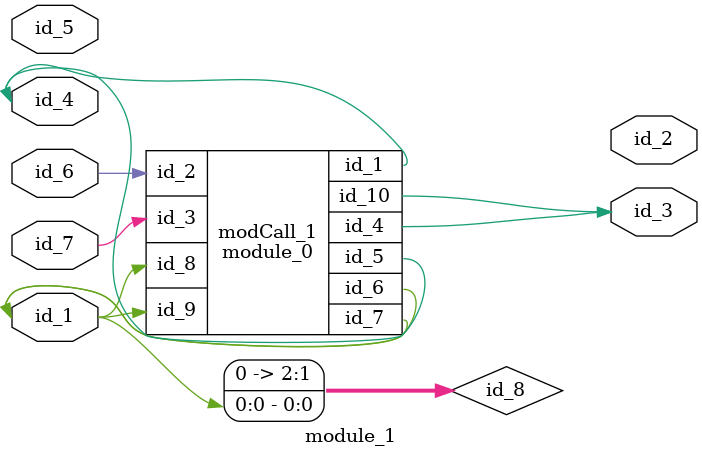
<source format=v>
module module_0 (
    id_1,
    id_2,
    id_3,
    id_4,
    id_5,
    id_6,
    id_7,
    id_8,
    id_9,
    id_10
);
  output wire id_10;
  input wire id_9;
  input wire id_8;
  inout wire id_7;
  output wire id_6;
  output wire id_5;
  output wire id_4;
  input wire id_3;
  input wire id_2;
  inout wire id_1;
  wire [1 : -1] id_11;
  wire id_12;
  assign id_5 = 1;
  wire id_13;
endmodule
module module_1 (
    id_1,
    id_2,
    id_3,
    id_4,
    id_5,
    id_6,
    id_7
);
  input wire id_7;
  module_0 modCall_1 (
      id_4,
      id_6,
      id_7,
      id_3,
      id_4,
      id_1,
      id_1,
      id_1,
      id_1,
      id_3
  );
  input wire id_6;
  input wire id_5;
  inout wire id_4;
  output wire id_3;
  output wire id_2;
  inout wire id_1;
  wire [1 : -1] id_8 = id_1;
endmodule

</source>
